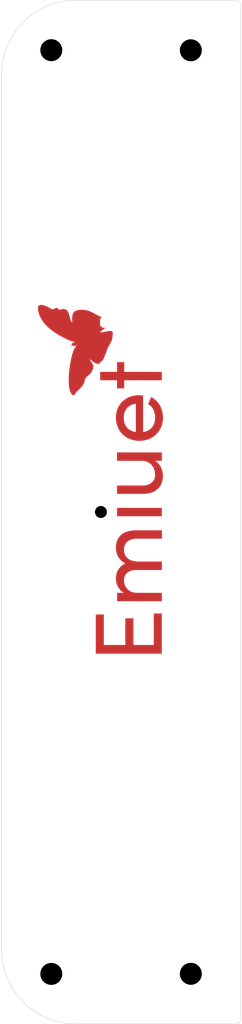
<source format=kicad_pcb>
(kicad_pcb (version 20241229) (generator "pcbnew") (generator_version "9.0")
  (layers (0 "F.Cu" signal) (2 "B.Cu" signal) (13 "F.Paste" user) (15 "B.Paste" user) (5 "F.SilkS" user "F.Silkscreen") (7 "B.SilkS" user "B.Silkscreen") (1 "F.Mask" user) (3 "B.Mask" user) (25 "Edge.Cuts" user))
  (net 0 "")
  (footprint "EUB_Passives:LED_D5.0mm THT Hole_top" (layer "F.Cu") (at 8.71 51.2)
    (property "Reference" "DC1" (hide yes))
    (property "Value" "~")
    (pad "" np_thru_hole circle (at 1.27 0) (size 1.2 1.2) (drill 1.2) (layers "*.Mask"))
  )
  (footprint "EUB_MountingHole:MountingHole_2.2mm_M2_jlcpcb" (layer "F.Cu") (at 19 97.4)
    (property "Reference" "H4")
    (property "Value" "MountingHole")
    (pad "" np_thru_hole circle (at 0 0) (size 2.2 2.2) (drill 2.2) (layers "*.Mask"))
  )
  (footprint "EUB_MountingHole:MountingHole_2.2mm_M2_jlcpcb" (layer "F.Cu") (at 5 5)
    (property "Reference" "H1")
    (property "Value" "MountingHole")
    (pad "" np_thru_hole circle (at 0 0) (size 2.2 2.2) (drill 2.2) (layers "*.Mask"))
  )
  (footprint "EUB_MountingHole:MountingHole_2.2mm_M2_jlcpcb" (layer "F.Cu") (at 5 97.41)
    (property "Reference" "H3")
    (property "Value" "MountingHole")
    (pad "" np_thru_hole circle (at 0 0) (size 2.2 2.2) (drill 2.2) (layers "*.Mask"))
  )
  (footprint "EUB_MountingHole:MountingHole_2.2mm_M2_jlcpcb" (layer "F.Cu") (at 19 5.01)
    (property "Reference" "H2")
    (property "Value" "MountingHole")
    (pad "" np_thru_hole circle (at 0 0) (size 2.2 2.2) (drill 2.2) (layers "*.Mask"))
  )
  (gr_poly (pts (xy 16.087864 46.077729) (xy 15.386136 46.077729) (xy 15.408531 46.088517) (xy 15.430745 46.099734) (xy 15.452762 46.111395) (xy 15.474568 46.123516) (xy 15.496147 46.136112) (xy 15.517483 46.149198) (xy 15.53856 46.162791) (xy 15.559364 46.176906) (xy 15.579878 46.191557) (xy 15.600088 46.206762) (xy 15.619978 46.222534) (xy 15.639531 46.238891) (xy 15.658734 46.255846) (xy 15.67757 46.273417) (xy 15.696023 46.291617) (xy 15.714079 46.310463) (xy 15.707027 46.310465) (xy 15.737607 46.343233) (xy 15.767194 46.376734) (xy 15.79579 46.410958) (xy 15.823394 46.445895) (xy 15.850006 46.481535) (xy 15.875627 46.517867) (xy 15.900256 46.554881) (xy 15.923893 46.592566) (xy 15.946538 46.630912) (xy 15.968192 46.66991) (xy 15.988853 46.709548) (xy 16.008523 46.749816) (xy 16.027202 46.790704) (xy 16.044888 46.832202) (xy 16.061583 46.874299) (xy 16.077286 46.916985) (xy 16.091998 46.959876) (xy 16.105723 47.002586) (xy 16.118467 47.0451) (xy 16.130235 47.087402) (xy 16.141031 47.129477) (xy 16.150862 47.17131) (xy 16.159732 47.212883) (xy 16.167646 47.254183) (xy 16.17461 47.295194) (xy 16.180629 47.3359) (xy 16.185707 47.376286) (xy 16.189851 47.416336) (xy 16.193065 47.456035) (xy 16.195354 47.495368) (xy 16.196723 47.534318) (xy 16.197179 47.57287) (xy 16.196229 47.642337) (xy 16.193384 47.710574) (xy 16.188648 47.777592) (xy 16.182027 47.843401) (xy 16.173526 47.908012) (xy 16.163149 47.971435) (xy 16.150903 48.033681) (xy 16.136792 48.094758) (xy 16.120821 48.154679) (xy 16.102996 48.213453) (xy 16.083322 48.271091) (xy 16.061804 48.327603) (xy 16.038446 48.382998) (xy 16.013255 48.437289) (xy 15.986236 48.490484) (xy 15.957393 48.542595) (xy 15.926774 48.593382) (xy 15.894429 48.642605) (xy 15.86037 48.690267) (xy 15.824606 48.736374) (xy 15.787148 48.780932) (xy 15.748006 48.823946) (xy 15.707191 48.86542) (xy 15.664712 48.90536) (xy 15.62058 48.943771) (xy 15.574806 48.980658) (xy 15.527399 49.016027) (xy 15.478371 49.049882) (xy 15.42773 49.082229) (xy 15.375489 49.113072) (xy 15.321657 49.142418) (xy 15.266244 49.170271) (xy 15.209342 49.196552) (xy 15.151041 49.221174) (xy 15.091345 49.244134) (xy 15.03026 49.265425) (xy 14.96779 49.285042) (xy 14.903941 49.302981) (xy 14.838718 49.319236) (xy 14.772126 49.333801) (xy 14.70417 49.346673) (xy 14.634856 49.357844) (xy 14.564188 49.367312) (xy 14.492172 49.375069) (xy 14.418814 49.381112) (xy 14.344117 49.385435) (xy 14.268088 49.388032) (xy 14.190731 49.388899) (xy 11.595395 49.388899) (xy 11.595395 48.549646) (xy 14.173099 48.549646) (xy 14.21905 48.549149) (xy 14.264335 48.547649) (xy 14.308948 48.545137) (xy 14.352884 48.541602) (xy 14.396139 48.537034) (xy 14.438706 48.531422) (xy 14.480582 48.524757) (xy 14.52176 48.517028) (xy 14.562235 48.508224) (xy 14.602003 48.498336) (xy 14.641058 48.487352) (xy 14.679395 48.475263) (xy 14.717009 48.462059) (xy 14.753894 48.447728) (xy 14.790046 48.432261) (xy 14.825459 48.415647) (xy 14.860006 48.398664) (xy 14.893561 48.380771) (xy 14.926123 48.361969) (xy 14.957695 48.342257) (xy 14.988274 48.321637) (xy 15.017862 48.300107) (xy 15.046458 48.277668) (xy 15.074062 48.254321) (xy 15.100674 48.230064) (xy 15.126295 48.204897) (xy 15.150923 48.178822) (xy 15.174561 48.151838) (xy 15.197206 48.123944) (xy 15.21886 48.095142) (xy 15.239521 48.06543) (xy 15.259191 48.034809) (xy 15.277786 48.004066) (xy 15.295218 47.972673) (xy 15.311483 47.940639) (xy 15.326576 47.907974) (xy 15.34049 47.87469) (xy 15.353222 47.840796) (xy 15.364766 47.806303) (xy 15.375117 47.771221) (xy 15.384269 47.735561) (xy 15.392218 47.699332) (xy 15.398958 47.662546) (xy 15.404484 47.625212) (xy 15.408791 47.587341) (xy 15.411874 47.548943) (xy 15.413728 47.510028) (xy 15.414347 47.470608) (xy 15.413769 47.427095) (xy 15.412039 47.383835) (xy 15.409163 47.340834) (xy 15.405145 47.298096) (xy 15.399991 47.255626) (xy 15.393706 47.21343) (xy 15.386294 47.171514) (xy 15.377762 47.129881) (xy 15.368113 47.088538) (xy 15.357355 47.047489) (xy 15.34549 47.006739) (xy 15.332526 46.966295) (xy 15.318467 46.92616) (xy 15.303317 46.88634) (xy 15.287083 46.846841) (xy 15.26977 46.807667) (xy 15.251258 46.768451) (xy 15.231435 46.730144) (xy 15.21031 46.692746) (xy 15.187894 46.656257) (xy 15.164196 46.620678) (xy 15.139228 46.586008) (xy 15.113 46.552246) (xy 15.085521 46.519394) (xy 15.056803 46.487451) (xy 15.026856 46.456417) (xy 14.995689 46.426292) (xy 14.963314 46.397077) (xy 14.92974 46.36877) (xy 14.894979 46.341372) (xy 14.859039 46.314884) (xy 14.821933 46.289305) (xy 14.783628 46.264924) (xy 14.744093 46.242031) (xy 14.70334 46.220626) (xy 14.661377 46.200708) (xy 14.618217 46.182278) (xy 14.573868 46.165335) (xy 14.528342 46.14988) (xy 14.481648 46.135913) (xy 14.433797 46.123433) (xy 14.3848 46.112441) (xy 14.334666 46.102937) (xy 14.283405 46.09492) (xy 14.23103 46.088391) (xy 14.177549 46.083349) (xy 14.122972 46.079795) (xy 14.067311 46.077729) (xy 11.595395 46.077729) (xy 11.595395 45.238477) (xy 16.087864 45.238477)) (fill yes) (layer "F.Cu"))
  (gr_poly (pts (xy 13.834577 39.522391) (xy 13.907857 39.523163) (xy 13.995022 39.525917) (xy 14.09541 39.531317) (xy 14.150356 39.535215) (xy 14.208361 39.540023) (xy 14.208361 43.203817) (xy 14.279086 43.192075) (xy 14.313914 43.185323) (xy 14.348365 43.177977) (xy 14.382423 43.170032) (xy 14.416073 43.161482) (xy 14.4493 43.152323) (xy 14.482088 43.142549) (xy 14.514421 43.132156) (xy 14.546284 43.121137) (xy 14.577661 43.109488) (xy 14.608538 43.097204) (xy 14.638897 43.084279) (xy 14.668725 43.070708) (xy 14.698005 43.056487) (xy 14.726723 43.04161) (xy 14.769038 43.017849) (xy 14.810031 42.992854) (xy 14.849701 42.96663) (xy 14.88805 42.939182) (xy 14.925075 42.910514) (xy 14.960779 42.880633) (xy 14.99516 42.849543) (xy 15.028219 42.81725) (xy 15.059955 42.783758) (xy 15.090369 42.749073) (xy 15.119461 42.7132) (xy 15.14723 42.676144) (xy 15.173677 42.63791) (xy 15.198802 42.598504) (xy 15.222604 42.55793) (xy 15.245085 42.516194) (xy 15.266202 42.47335) (xy 15.285919 42.429477) (xy 15.304242 42.384623) (xy 15.321175 42.338834) (xy 15.336724 42.292156) (xy 15.350894 42.244637) (xy 15.363689 42.196322) (xy 15.375116 42.147258) (xy 15.385179 42.097491) (xy 15.393884 42.047069) (xy 15.401235 41.996037) (xy 15.407238 41.944442) (xy 15.411899 41.89233) (xy 15.415221 41.839749) (xy 15.41721 41.786744) (xy 15.417872 41.733362) (xy 15.417169 41.680136) (xy 15.415055 41.62756) (xy 15.411527 41.575626) (xy 15.406577 41.524321) (xy 15.400202 41.473636) (xy 15.392396 41.42356) (xy 15.383154 41.374084) (xy 15.372471 41.325197) (xy 15.360342 41.276888) (xy 15.346761 41.229147) (xy 15.331724 41.181964) (xy 15.315224 41.135329) (xy 15.297258 41.089231) (xy 15.27782 41.04366) (xy 15.256904 40.998605) (xy 15.234506 40.954057) (xy 15.211406 40.910459) (xy 15.187066 40.868255) (xy 15.161487 40.827436) (xy 15.134668 40.787991) (xy 15.106609 40.74991) (xy 15.077311 40.713182) (xy 15.046773 40.677797) (xy 15.014995 40.643745) (xy 14.981978 40.611015) (xy 14.94772 40.579597) (xy 14.912224 40.549481) (xy 14.875487 40.520656) (xy 14.837511 40.493112) (xy 14.798295 40.466839) (xy 14.757839 40.441826) (xy 14.716144 40.418063) (xy 15.005298 39.695178) (xy 15.075092 39.731296) (xy 15.142981 39.769567) (xy 15.208958 39.809998) (xy 15.273019 39.852593) (xy 15.335158 39.897357) (xy 15.395371 39.944297) (xy 15.453651 39.993416) (xy 15.509995 40.04472) (xy 15.564397 40.098214) (xy 15.616851 40.153903) (xy 15.667352 40.211793) (xy 15.715896 40.271888) (xy 15.762477 40.334195) (xy 15.80709 40.398717) (xy 15.84973 40.465461) (xy 15.890391 40.53443) (xy 15.928822 40.605161) (xy 15.964774 40.677121) (xy 15.998246 40.750217) (xy 16.029239 40.824356) (xy 16.057752 40.899446) (xy 16.083786 40.975394) (xy 16.10734 41.052106) (xy 16.128415 41.129489) (xy 16.147011 41.207451) (xy 16.163127 41.285898) (xy 16.176764 41.364738) (xy 16.187921 41.443878) (xy 16.196599 41.523224) (xy 16.202797 41.602684) (xy 16.206516 41.682165) (xy 16.207756 41.761573) (xy 16.206559 41.84054) (xy 16.202976 41.918753) (xy 16.197017 41.996202) (xy 16.188692 42.072876) (xy 16.178012 42.148764) (xy 16.164987 42.223858) (xy 16.149626 42.298145) (xy 16.131942 42.371617) (xy 16.111943 42.444262) (xy 16.08964 42.51607) (xy 16.065044 42.587031) (xy 16.038165 42.657135) (xy 16.009013 42.726371) (xy 15.977599 42.794728) (xy 15.943932 42.862198) (xy 15.908024 42.928768) (xy 15.869426 42.994057) (xy 15.828999 43.057684) (xy 15.786734 43.119636) (xy 15.74262 43.179905) (xy 15.696645 43.238479) (xy 15.648801 43.295349) (xy 15.599077 43.350503) (xy 15.547463 43.403933) (xy 15.493947 43.455627) (xy 15.43852 43.505575) (xy 15.381172 43.553767) (xy 15.321891 43.600192) (xy 15.260669 43.64484) (xy 15.197494 43.687701) (xy 15.132356 43.728765) (xy 15.065246 43.768021) (xy 14.997187 43.805791) (xy 14.927893 43.841087) (xy 14.85737 43.873915) (xy 14.785623 43.904278) (xy 14.712657 43.932182) (xy 14.638477 43.957633) (xy 14.563088 43.980636) (xy 14.486496 44.001195) (xy 14.408705 44.019317) (xy 14.329721 44.035005) (xy 14.249549 44.048266) (xy 14.168195 44.059104) (xy 14.085662 44.067524) (xy 14.001957 44.073532) (xy 13.917085 44.077134) (xy 13.83105 44.078333) (xy 13.745056 44.077095) (xy 13.660301 44.073388) (xy 13.576787 44.067222) (xy 13.494512 44.058608) (xy 13.413476 44.047555) (xy 13.333681 44.034075) (xy 13.255125 44.018178) (xy 13.177808 43.999873) (xy 13.101732 43.979172) (xy 13.026895 43.956084) (xy 12.953298 43.93062) (xy 12.88094 43.90279) (xy 12.809823 43.872605) (xy 12.739945 43.840075) (xy 12.671306 43.80521) (xy 12.603908 43.768021) (xy 12.53804 43.728805) (xy 12.474 43.687853) (xy 12.4118 43.645166) (xy 12.351449 43.600743) (xy 12.292957 43.554585) (xy 12.236335 43.506691) (xy 12.181594 43.457062) (xy 12.128743 43.405697) (xy 12.077793 43.352596) (xy 12.028754 43.29776) (xy 11.981636 43.241188) (xy 11.936451 43.18288) (xy 11.893208 43.122837) (xy 11.851917 43.061059) (xy 11.812589 42.997545) (xy 11.775234 42.932295) (xy 11.739986 42.865684) (xy 11.706975 42.798097) (xy 11.676205 42.729549) (xy 11.647682 42.660056) (xy 11.621412 42.589633) (xy 11.597398 42.518296) (xy 11.575648 42.44606) (xy 11.556164 42.372941) (xy 11.538954 42.298954) (xy 11.524022 42.224114) (xy 11.511372 42.148438) (xy 11.501011 42.071941) (xy 11.492944 41.994637) (xy 11.487175 41.916544) (xy 11.48371 41.837675) (xy 11.482605 41.761573) (xy 12.268912 41.761573) (xy 12.269616 41.816658) (xy 12.271729 41.870839) (xy 12.275258 41.924121) (xy 12.280207 41.97651) (xy 12.286582 42.02801) (xy 12.294388 42.078627) (xy 12.30363 42.128366) (xy 12.314313 42.177232) (xy 12.326442 42.22523) (xy 12.340023 42.272365) (xy 12.35506 42.318643) (xy 12.371559 42.364069) (xy 12.389526 42.408648) (xy 12.408964 42.452384) (xy 12.42988 42.495284) (xy 12.452278 42.537353) (xy 12.452278 42.544405) (xy 12.4755 42.58544) (xy 12.5002 42.625241) (xy 12.526366 42.663812) (xy 12.553989 42.701159) (xy 12.583058 42.737287) (xy 12.613564 42.772201) (xy 12.645495 42.805906) (xy 12.678841 42.838408) (xy 12.713593 42.869712) (xy 12.749739 42.899822) (xy 12.787269 42.928744) (xy 12.826173 42.956483) (xy 12.866441 42.983045) (xy 12.908063 43.008434) (xy 12.951027 43.032655) (xy 12.995324 43.055715) (xy 13.022058 43.068651) (xy 13.049355 43.081018) (xy 13.077199 43.092828) (xy 13.105575 43.104091) (xy 13.163862 43.125014) (xy 13.224091 43.143871) (xy 13.286138 43.160745) (xy 13.34988 43.175718) (xy 13.415192 43.188872) (xy 13.48195 43.200292) (xy 13.48195 40.36517) (xy 13.435418 40.37166) (xy 13.389709 40.379234) (xy 13.344815 40.387903) (xy 13.300732 40.397678) (xy 13.257455 40.408569) (xy 13.214979 40.420585) (xy 13.173298 40.433738) (xy 13.132407 40.448038) (xy 13.092302 40.463494) (xy 13.052977 40.480118) (xy 13.014426 40.49792) (xy 12.976646 40.51691) (xy 12.939629 40.537098) (xy 12.903372 40.558495) (xy 12.867869 40.581111) (xy 12.833116 40.604957) (xy 12.799231 40.629172) (xy 12.766343 40.654214) (xy 12.734458 40.680083) (xy 12.70358 40.706778) (xy 12.673714 40.734299) (xy 12.644866 40.762647) (xy 12.617041 40.791821) (xy 12.590243 40.821822) (xy 12.564479 40.852649) (xy 12.539753 40.884303) (xy 12.51607 40.916784) (xy 12.493436 40.95009) (xy 12.471856 40.984224) (xy 12.451335 41.019183) (xy 12.431877 41.05497) (xy 12.413489 41.091582) (xy 12.396175 41.128317) (xy 12.379941 41.165785) (xy 12.364792 41.203977) (xy 12.350732 41.242881) (xy 12.337768 41.282488) (xy 12.325904 41.322787) (xy 12.315145 41.363768) (xy 12.305497 41.40542) (xy 12.296965 41.447733) (xy 12.289553 41.490698) (xy 12.283268 41.534303) (xy 12.278113 41.578538) (xy 12.274096 41.623393) (xy 12.271219 41.668857) (xy 12.26949 41.71492) (xy 12.268912 41.761573) (xy 11.482605 41.761573) (xy 11.482553 41.758047) (xy 11.48371 41.67858) (xy 11.487175 41.600178) (xy 11.492944 41.522829) (xy 11.501011 41.446523) (xy 11.511372 41.371251) (xy 11.524022 41.297001) (xy 11.538954 41.223764) (xy 11.556164 41.151529) (xy 11.575648 41.080285) (xy 11.597398 41.010023) (xy 11.621412 40.940732) (xy 11.647682 40.872402) (xy 11.676205 40.805023) (xy 11.706975 40.738583) (xy 11.739986 40.673074) (xy 11.775234 40.608483) (xy 11.812548 40.545838) (xy 11.851758 40.48485) (xy 11.892859 40.425526) (xy 11.935845 40.36787) (xy 11.980711 40.311888) (xy 12.027452 40.257584) (xy 12.076063 40.204965) (xy 12.126539 40.154035) (xy 12.178874 40.104799) (xy 12.233064 40.057262) (xy 12.289103 40.01143) (xy 12.346986 39.967308) (xy 12.406708 39.9249) (xy 12.468263 39.884213) (xy 12.531648 39.845251) (xy 12.596855 39.80802) (xy 12.663635 39.772811) (xy 12.731742 39.739912) (xy 12.801182 39.709316) (xy 12.871959 39.681019) (xy 12.94408 39.655015) (xy 13.017549 39.6313) (xy 13.092371 39.609868) (xy 13.168552 39.590713) (xy 13.246096 39.573832) (xy 13.32501 39.559218) (xy 13.405297 39.546866) (xy 13.486963 39.536772) (xy 13.570014 39.52893) (xy 13.654454 39.523335) (xy 13.740289 39.519982) (xy 13.827524 39.518866)) (fill yes) (layer "F.Cu"))
  (gr_poly (pts (xy 4.012338 30.483243) (xy 4.094188 30.492933) (xy 4.182671 30.510062) (xy 4.277286 30.533761) (xy 4.377531 30.563163) (xy 4.482905 30.597399) (xy 4.486431 30.611505) (xy 4.521139 30.624015) (xy 4.558802 30.640011) (xy 4.598903 30.658932) (xy 4.640926 30.680212) (xy 4.728669 30.727603) (xy 4.8179 30.777681) (xy 4.904487 30.82594) (xy 4.984296 30.867876) (xy 5.020368 30.885066) (xy 5.053196 30.898986) (xy 5.082264 30.909073) (xy 5.107055 30.914764) (xy 5.12253 30.916521) (xy 5.137878 30.917209) (xy 5.153098 30.916892) (xy 5.168186 30.915639) (xy 5.183139 30.913516) (xy 5.197956 30.910588) (xy 5.212633 30.906923) (xy 5.227168 30.902588) (xy 5.241559 30.897648) (xy 5.255802 30.89217) (xy 5.283836 30.879867) (xy 5.311251 30.86621) (xy 5.338025 30.851732) (xy 5.389569 30.822441) (xy 5.414298 30.808691) (xy 5.438304 30.796249) (xy 5.461565 30.785645) (xy 5.472911 30.781199) (xy 5.484063 30.777412) (xy 5.495018 30.774351) (xy 5.505775 30.772082) (xy 5.51633 30.770672) (xy 5.526681 30.770187) (xy 5.537748 30.770673) (xy 5.548482 30.772092) (xy 5.558902 30.774383) (xy 5.569024 30.777488) (xy 5.578867 30.781347) (xy 5.588449 30.785901) (xy 5.597789 30.79109) (xy 5.606904 30.796855) (xy 5.615812 30.803136) (xy 5.624532 30.809875) (xy 5.641478 30.824486) (xy 5.657886 30.840213) (xy 5.673903 30.856581) (xy 5.705336 30.889337) (xy 5.721042 30.904775) (xy 5.736935 30.918952) (xy 5.744996 30.925419) (xy 5.753158 30.931394) (xy 5.761438 30.936815) (xy 5.769856 30.941625) (xy 5.778428 30.945763) (xy 5.787174 30.94917) (xy 5.79611 30.951786) (xy 5.805256 30.953553) (xy 5.815997 30.954923) (xy 5.827048 30.955746) (xy 5.850003 30.955888) (xy 5.873959 30.954243) (xy 5.898758 30.951074) (xy 5.924238 30.946645) (xy 5.95024 30.941218) (xy 6.003168 30.928429) (xy 6.056262 30.914813) (xy 6.10824 30.902478) (xy 6.133411 30.897449) (xy 6.157822 30.893531) (xy 6.181313 30.890987) (xy 6.203725 30.890081) (xy 6.26456 30.892092) (xy 6.320928 30.899275) (xy 6.373054 30.911365) (xy 6.421162 30.928098) (xy 6.465477 30.949212) (xy 6.506221 30.974442) (xy 6.543619 31.003526) (xy 6.577896 31.0362) (xy 6.609274 31.072201) (xy 6.637979 31.111265) (xy 6.664234 31.153128) (xy 6.688264 31.197527) (xy 6.730542 31.292881) (xy 6.766606 31.395219) (xy 6.798249 31.502433) (xy 6.827262 31.612415) (xy 6.884571 31.832256) (xy 6.916451 31.9379) (xy 6.952872 32.037882) (xy 6.995625 32.130095) (xy 7.019937 32.17263) (xy 7.046504 32.212432) (xy 7.10645 32.198327) (xy 7.100396 32.074873) (xy 7.096195 31.956006) (xy 7.09496 31.842098) (xy 7.0978 31.733521) (xy 7.105826 31.630646) (xy 7.112131 31.581463) (xy 7.120149 31.533845) (xy 7.130019 31.487839) (xy 7.141879 31.443492) (xy 7.155869 31.400848) (xy 7.172127 31.359956) (xy 7.190793 31.320862) (xy 7.212004 31.283611) (xy 7.2359 31.248251) (xy 7.262619 31.214828) (xy 7.292301 31.183389) (xy 7.325084 31.153979) (xy 7.361107 31.126646) (xy 7.400509 31.101436) (xy 7.443428 31.078396) (xy 7.490004 31.057572) (xy 7.540375 31.03901) (xy 7.594681 31.022757) (xy 7.653059 31.008859) (xy 7.715649 30.997363) (xy 7.78259 30.988316) (xy 7.85402 30.981764) (xy 7.938919 30.976689) (xy 8.020512 30.973978) (xy 8.098983 30.973557) (xy 8.174518 30.975352) (xy 8.247303 30.979287) (xy 8.317522 30.985289) (xy 8.385362 30.993284) (xy 8.451007 31.003197) (xy 8.576454 31.028481) (xy 8.695346 31.060547) (xy 8.809165 31.098801) (xy 8.919395 31.14265) (xy 9.027517 31.191498) (xy 9.135014 31.244753) (xy 9.354063 31.362105) (xy 9.588401 31.489953) (xy 9.715011 31.556328) (xy 9.84989 31.623545) (xy 9.875813 31.635295) (xy 9.903224 31.646796) (xy 9.931958 31.658133) (xy 9.961849 31.669387) (xy 10.089676 31.715228) (xy 10.067661 31.727162) (xy 10.046617 31.740449) (xy 10.026606 31.755038) (xy 10.00769 31.770877) (xy 9.989932 31.787914) (xy 9.973392 31.806098) (xy 9.958133 31.825378) (xy 9.944218 31.8457) (xy 9.931707 31.867014) (xy 9.920663 31.889269) (xy 9.911149 31.912412) (xy 9.903225 31.936391) (xy 9.896954 31.961156) (xy 9.892398 31.986655) (xy 9.889619 32.012835) (xy 9.888679 32.039645) (xy 9.888679 32.402851) (xy 9.88915 32.421577) (xy 9.89055 32.440053) (xy 9.892854 32.458257) (xy 9.896041 32.476166) (xy 9.900089 32.493757) (xy 9.904973 32.511007) (xy 9.910673 32.527895) (xy 9.917165 32.544398) (xy 9.924426 32.560492) (xy 9.932435 32.576156) (xy 9.941167 32.591366) (xy 9.950602 32.6061) (xy 9.960716 32.620336) (xy 9.971487 32.634051) (xy 9.982892 32.647223) (xy 9.994908 32.659828) (xy 10.007513 32.671844) (xy 10.020684 32.683249) (xy 10.034399 32.694019) (xy 10.048635 32.704133) (xy 10.06337 32.713568) (xy 10.07858 32.722301) (xy 10.094244 32.73031) (xy 10.110338 32.737571) (xy 10.126841 32.744063) (xy 10.143728 32.749762) (xy 10.160979 32.754647) (xy 10.17857 32.758694) (xy 10.196479 32.761881) (xy 10.214683 32.764186) (xy 10.233159 32.765585) (xy 10.251885 32.766057) (xy 10.421146 32.766057) (xy 10.385724 32.797587) (xy 10.349677 32.828703) (xy 10.276514 32.889697) (xy 10.131551 33.006725) (xy 10.062974 33.062759) (xy 9.99915 33.117141) (xy 9.969524 33.143712) (xy 9.94169 33.16987) (xy 9.91585 33.195614) (xy 9.892205 33.220946) (xy 9.917243 33.224897) (xy 9.945269 33.226932) (xy 10.009433 33.225856) (xy 10.082988 33.218924) (xy 10.164224 33.207337) (xy 10.3429 33.175015) (xy 10.531782 33.138519) (xy 10.625777 33.121715) (xy 10.717194 33.107478) (xy 10.804324 33.097012) (xy 10.885456 33.091521) (xy 10.958882 33.092207) (xy 10.992171 33.095243) (xy 11.022891 33.100274) (xy 11.05083 33.107452) (xy 11.075774 33.116927) (xy 11.097509 33.128849) (xy 11.115821 33.143368) (xy 11.124568 33.153337) (xy 11.132323 33.165311) (xy 11.139127 33.179164) (xy 11.145023 33.194774) (xy 11.154252 33.230767) (xy 11.16034 33.272297) (xy 11.163618 33.318373) (xy 11.164417 33.368002) (xy 11.163067 33.420194) (xy 11.159899 33.473956) (xy 11.149431 33.582223) (xy 11.135656 33.684871) (xy 11.121221 33.773964) (xy 11.108768 33.841569) (xy 11.093478 33.910986) (xy 11.075537 33.976725) (xy 11.05519 34.03924) (xy 11.032678 34.098987) (xy 11.008244 34.15642) (xy 10.982132 34.211993) (xy 10.954584 34.266161) (xy 10.925843 34.319379) (xy 10.803801 34.531837) (xy 10.772735 34.587121) (xy 10.741933 34.644182) (xy 10.711636 34.703474) (xy 10.682089 34.765452) (xy 10.629533 34.889044) (xy 10.572389 35.038132) (xy 10.444507 35.383872) (xy 10.373851 35.566061) (xy 10.298773 35.744819) (xy 10.259589 35.830653) (xy 10.219315 35.912916) (xy 10.177956 35.990707) (xy 10.135518 36.06312) (xy 10.113415 36.071047) (xy 10.092093 36.080249) (xy 10.071587 36.090681) (xy 10.051934 36.102295) (xy 10.033169 36.115046) (xy 10.015328 36.128887) (xy 9.998448 36.143771) (xy 9.982565 36.159652) (xy 9.967715 36.176484) (xy 9.953935 36.19422) (xy 9.94126 36.212813) (xy 9.929726 36.232217) (xy 9.91937 36.252385) (xy 9.910229 36.273271) (xy 9.902337 36.294829) (xy 9.895731 36.317012) (xy 9.858869 36.335935) (xy 9.822333 36.351163) (xy 9.786115 36.362862) (xy 9.75021 36.371201) (xy 9.714613 36.376348) (xy 9.679317 36.378471) (xy 9.644317 36.377737) (xy 9.609607 36.374314) (xy 9.575181 36.368371) (xy 9.541033 36.360075) (xy 9.507158 36.349594) (xy 9.473549 36.337095) (xy 9.440201 36.322748) (xy 9.407109 36.306719) (xy 9.341665 36.270289) (xy 9.277172 36.229148) (xy 9.213583 36.184639) (xy 9.088931 36.09089) (xy 8.967336 35.999785) (xy 8.90757 35.958582) (xy 8.848428 35.92207) (xy 8.847164 35.925123) (xy 8.847286 35.929596) (xy 8.84871 35.935398) (xy 8.851355 35.942442) (xy 8.859981 35.959896) (xy 8.872506 35.981245) (xy 8.888275 36.005776) (xy 8.906632 36.032775) (xy 8.948486 36.091331) (xy 9.034384 36.206706) (xy 9.067932 36.252121) (xy 9.088215 36.28175) (xy 9.119556 36.337929) (xy 9.146212 36.39167) (xy 9.168292 36.443345) (xy 9.185903 36.493326) (xy 9.199155 36.541984) (xy 9.208156 36.589692) (xy 9.213014 36.636821) (xy 9.213838 36.683744) (xy 9.210736 36.730832) (xy 9.203817 36.778458) (xy 9.193189 36.826992) (xy 9.178961 36.876808) (xy 9.161241 36.928276) (xy 9.140138 36.981769) (xy 9.115759 37.037659) (xy 9.088215 37.096318) (xy 9.074416 37.123549) (xy 9.060142 37.149738) (xy 9.030252 37.199207) (xy 8.998708 37.245152) (xy 8.965677 37.288004) (xy 8.931323 37.32819) (xy 8.895813 37.36614) (xy 8.85931 37.402281) (xy 8.821981 37.437044) (xy 8.745505 37.504146) (xy 8.667707 37.570877) (xy 8.628725 37.605175) (xy 8.589908 37.640665) (xy 8.551422 37.677778) (xy 8.513432 37.716942) (xy 8.482193 37.752639) (xy 8.455586 37.787143) (xy 8.433123 37.820666) (xy 8.414311 37.853419) (xy 8.398661 37.885615) (xy 8.385681 37.917464) (xy 8.374881 37.949179) (xy 8.36577 37.980971) (xy 8.357857 38.013053) (xy 8.350652 38.045635) (xy 8.336403 38.113151) (xy 8.328376 38.148508) (xy 8.319095 38.185212) (xy 8.308068 38.223477) (xy 8.294804 38.263514) (xy 8.282811 38.295487) (xy 8.269363 38.327271) (xy 8.254532 38.358863) (xy 8.23839 38.390259) (xy 8.202469 38.452452) (xy 8.162183 38.513823) (xy 8.118116 38.574348) (xy 8.070851 38.633999) (xy 8.020973 38.692752) (xy 7.969064 38.750579) (xy 7.91571 38.807457) (xy 7.861492 38.863358) (xy 7.752805 38.972129) (xy 7.647671 39.076684) (xy 7.55076 39.176818) (xy 7.528246 39.203496) (xy 7.504368 39.235029) (xy 7.452686 39.30729) (xy 7.424965 39.345332) (xy 7.396045 39.382857) (xy 7.365969 39.418522) (xy 7.350509 39.435238) (xy 7.334776 39.450985) (xy 7.318775 39.465596) (xy 7.30251 39.478903) (xy 7.285986 39.490737) (xy 7.26921 39.500932) (xy 7.252185 39.509318) (xy 7.234918 39.515729) (xy 7.217413 39.519996) (xy 7.199676 39.521952) (xy 7.181712 39.521428) (xy 7.163525 39.518257) (xy 7.145121 39.51227) (xy 7.126506 39.503301) (xy 7.107684 39.491181) (xy 7.08866 39.475742) (xy 7.069441 39.456816) (xy 7.05003 39.434236) (xy 7.007931 39.375891) (xy 6.969482 39.312157) (xy 6.934553 39.243369) (xy 6.903015 39.169862) (xy 6.849585 39.010024) (xy 6.80815 38.83532) (xy 6.777665 38.648426) (xy 6.757087 38.452017) (xy 6.745374 38.24877) (xy 6.741481 38.041358) (xy 6.744365 37.83246) (xy 6.752983 37.624749) (xy 6.783245 37.223594) (xy 6.823921 36.8593) (xy 6.866664 36.553272) (xy 6.897587 36.362288) (xy 6.93223 36.170561) (xy 6.970675 35.978668) (xy 7.013004 35.787189) (xy 7.0593 35.596701) (xy 7.109646 35.407784) (xy 7.164124 35.221016) (xy 7.222817 35.036974) (xy 7.533129 34.472771) (xy 7.510349 34.484385) (xy 7.489402 34.496587) (xy 7.469974 34.509141) (xy 7.451749 34.521808) (xy 7.417651 34.546534) (xy 7.401146 34.558116) (xy 7.384585 34.568862) (xy 7.367652 34.578533) (xy 7.358947 34.582892) (xy 7.350032 34.586893) (xy 7.340865 34.590506) (xy 7.331409 34.593703) (xy 7.321624 34.596452) (xy 7.31147 34.598725) (xy 7.300908 34.600492) (xy 7.289898 34.601723) (xy 7.278402 34.602388) (xy 7.266379 34.602458) (xy 7.253791 34.601903) (xy 7.240598 34.600693) (xy 7.22676 34.598799) (xy 7.212238 34.59619) (xy 7.207951 34.595388) (xy 7.203686 34.594317) (xy 7.199444 34.592998) (xy 7.195227 34.591452) (xy 7.191035 34.589699) (xy 7.186871 34.587761) (xy 7.178629 34.583408) (xy 7.17051 34.578559) (xy 7.162526 34.57338) (xy 7.147002 34.562691) (xy 7.139483 34.557512) (xy 7.13214 34.552663) (xy 7.124982 34.54831) (xy 7.118021 34.544619) (xy 7.114617 34.543073) (xy 7.111266 34.541754) (xy 7.10797 34.540683) (xy 7.104728 34.53988) (xy 7.101544 34.539367) (xy 7.098418 34.539164) (xy 7.095351 34.539291) (xy 7.092345 34.53977) (xy 7.086656 34.54104) (xy 7.081463 34.542822) (xy 7.076725 34.54505) (xy 7.0724 34.547656) (xy 7.068446 34.550575) (xy 7.064824 34.55374) (xy 7.058405 34.560542) (xy 7.047716 34.574172) (xy 7.042785 34.579936) (xy 7.040278 34.582322) (xy 7.037688 34.584289) (xy 7.034974 34.585771) (xy 7.032096 34.586701) (xy 7.02901 34.587012) (xy 7.025677 34.586638) (xy 7.022054 34.585512) (xy 7.018101 34.583569) (xy 7.013776 34.580741) (xy 7.009037 34.576961) (xy 7.003844 34.572164) (xy 6.998155 34.566283) (xy 6.991929 34.559252) (xy 6.985125 34.551003) (xy 6.969614 34.530589) (xy 6.951294 34.504508) (xy 7.071188 34.504508) (xy 7.071515 34.491859) (xy 7.072482 34.477868) (xy 7.07407 34.46276) (xy 7.076257 34.446765) (xy 7.079022 34.430108) (xy 7.082345 34.413017) (xy 7.086205 34.39572) (xy 7.090582 34.378443) (xy 7.095455 34.361415) (xy 7.100803 34.344861) (xy 7.106605 34.32901) (xy 7.112842 34.314089) (xy 7.119491 34.300325) (xy 7.126534 34.287945) (xy 7.133948 34.277177) (xy 7.137788 34.272468) (xy 7.141713 34.268247) (xy 7.148175 34.26234) (xy 7.154981 34.25715) (xy 7.162102 34.252629) (xy 7.16951 34.248729) (xy 7.177176 34.245402) (xy 7.185072 34.242601) (xy 7.193169 34.240278) (xy 7.201439 34.238384) (xy 7.209854 34.236873) (xy 7.218386 34.235697) (xy 7.235683 34.234155) (xy 7.253104 34.233379) (xy 7.270422 34.232985) (xy 7.28741 34.23259) (xy 7.303839 34.231814) (xy 7.319483 34.230273) (xy 7.32694 34.229096) (xy 7.334115 34.227585) (xy 7.340981 34.225692) (xy 7.347508 34.223368) (xy 7.353668 34.220567) (xy 7.359433 34.21724) (xy 7.364774 34.21334) (xy 7.369664 34.208819) (xy 7.374073 34.203629) (xy 7.377973 34.197722) (xy 7.320578 34.188234) (xy 7.263445 34.177026) (xy 7.206592 34.164196) (xy 7.150033 34.149842) (xy 7.093784 34.134062) (xy 7.03786 34.116955) (xy 6.982278 34.098619) (xy 6.927051 34.079151) (xy 6.81773 34.037215) (xy 6.71002 33.991931) (xy 6.604046 33.944085) (xy 6.499932 33.894463) (xy 6.276487 33.783141) (xy 6.051586 33.665723) (xy 5.826912 33.541736) (xy 5.604149 33.410702) (xy 5.384981 33.272148) (xy 5.171092 33.125598) (xy 4.964167 32.970576) (xy 4.765888 32.806608) (xy 4.57794 32.633218) (xy 4.402007 32.449931) (xy 4.319072 32.354428) (xy 4.239773 32.256272) (xy 4.164319 32.155405) (xy 4.092921 32.051766) (xy 4.02579 31.945296) (xy 3.963136 31.835936) (xy 3.90517 31.723627) (xy 3.852102 31.608309) (xy 3.804142 31.489923) (xy 3.761502 31.368409) (xy 3.724391 31.243708) (xy 3.69302 31.115761) (xy 3.679383 31.048881) (xy 3.668845 30.986356) (xy 3.661343 30.928077) (xy 3.656814 30.873936) (xy 3.655196 30.823823) (xy 3.656425 30.777631) (xy 3.660441 30.735252) (xy 3.667179 30.696575) (xy 3.676577 30.661494) (xy 3.688573 30.6299) (xy 3.703104 30.601684) (xy 3.720108 30.576737) (xy 3.73952 30.554952) (xy 3.76128 30.53622) (xy 3.785325 30.520431) (xy 3.811591 30.507479) (xy 3.840016 30.497254) (xy 3.870538 30.489648) (xy 3.903094 30.484552) (xy 3.937621 30.481859) (xy 3.974056 30.481458)) (fill yes) (layer "F.Cu"))
  (gr_poly (pts (xy 12.318279 37.184474) (xy 16.087863 37.184474) (xy 16.087863 38.023726) (xy 12.318279 38.023726) (xy 12.318279 38.834769) (xy 11.595394 38.834769) (xy 11.595394 38.023726) (xy 9.902783 38.023726) (xy 9.902783 37.184474) (xy 11.595394 37.184474) (xy 11.595394 36.207697) (xy 12.318279 36.207697)) (fill yes) (layer "F.Cu"))
  (gr_poly (pts (xy 16.094917 53.870785) (xy 13.545422 53.870785) (xy 13.500131 53.871281) (xy 13.455496 53.872775) (xy 13.411511 53.875271) (xy 13.368172 53.878774) (xy 13.325474 53.88329) (xy 13.283411 53.888823) (xy 13.241978 53.895379) (xy 13.20117 53.902962) (xy 13.160982 53.911579) (xy 13.121409 53.921234) (xy 13.082445 53.931933) (xy 13.044086 53.94368) (xy 13.006326 53.956481) (xy 12.969159 53.97034) (xy 12.932582 53.985264) (xy 12.896588 54.001257) (xy 12.862001 54.01758) (xy 12.828329 54.034812) (xy 12.795576 54.052954) (xy 12.763747 54.072004) (xy 12.732848 54.091963) (xy 12.702884 54.112832) (xy 12.673861 54.134609) (xy 12.645782 54.157296) (xy 12.618654 54.180892) (xy 12.592482 54.205397) (xy 12.56727 54.230811) (xy 12.543025 54.257134) (xy 12.51975 54.284366) (xy 12.497452 54.312507) (xy 12.476135 54.341558) (xy 12.455805 54.371517) (xy 12.436589 54.402262) (xy 12.418613 54.433668) (xy 12.401877 54.465735) (xy 12.386381 54.498463) (xy 12.372124 54.531852) (xy 12.359107 54.565903) (xy 12.34733 54.600615) (xy 12.336792 54.635987) (xy 12.327495 54.672022) (xy 12.319437 54.708717) (xy 12.312618 54.746073) (xy 12.30704 54.784091) (xy 12.302701 54.82277) (xy 12.299601 54.86211) (xy 12.297742 54.902111) (xy 12.297122 54.942774) (xy 12.29741 55.01637) (xy 12.300917 55.087729) (xy 12.307636 55.156847) (xy 12.317563 55.223718) (xy 12.330693 55.288337) (xy 12.34702 55.350698) (xy 12.36654 55.410797) (xy 12.389246 55.468628) (xy 12.415134 55.524187) (xy 12.444199 55.577468) (xy 12.476436 55.628465) (xy 12.511839 55.677174) (xy 12.550403 55.72359) (xy 12.592124 55.767708) (xy 12.636995 55.809521) (xy 12.685012 55.849026) (xy 12.736627 55.886796) (xy 12.790979 55.922092) (xy 12.84808 55.954919) (xy 12.907938 55.985282) (xy 12.970566 56.013186) (xy 13.035973 56.038637) (xy 13.104168 56.06164) (xy 13.175164 56.082199) (xy 13.248969 56.10032) (xy 13.325595 56.116008) (xy 13.405052 56.129269) (xy 13.487349 56.140107) (xy 13.572498 56.148527) (xy 13.660509 56.154536) (xy 13.751391 56.158137) (xy 13.845156 56.159336) (xy 16.094917 56.159336) (xy 16.094917 56.998589) (xy 13.545423 56.998589) (xy 13.498851 56.999123) (xy 13.453017 57.000717) (xy 13.407916 57.003353) (xy 13.363544 57.007018) (xy 13.319896 57.011695) (xy 13.276965 57.017369) (xy 13.234747 57.024025) (xy 13.193236 57.031646) (xy 13.152428 57.040218) (xy 13.112318 57.049725) (xy 13.0729 57.060152) (xy 13.034168 57.071482) (xy 12.996119 57.083701) (xy 12.958746 57.096793) (xy 12.922045 57.110742) (xy 12.88601 57.125534) (xy 12.850843 57.141195) (xy 12.816745 57.15776) (xy 12.783711 57.175224) (xy 12.751737 57.193581) (xy 12.720815 57.212826) (xy 12.690943 57.232955) (xy 12.662114 57.253962) (xy 12.634323 57.275842) (xy 12.607565 57.298589) (xy 12.581835 57.322199) (xy 12.557128 57.346667) (xy 12.533438 57.371987) (xy 12.510761 57.398154) (xy 12.489091 57.425164) (xy 12.468423 57.45301) (xy 12.448752 57.481688) (xy 12.430158 57.511028) (xy 12.412725 57.54087) (xy 12.39646 57.571218) (xy 12.381367 57.602077) (xy 12.367452 57.633453) (xy 12.35472 57.665351) (xy 12.343176 57.697775) (xy 12.332826 57.730731) (xy 12.323674 57.764225) (xy 12.315725 57.798261) (xy 12.308985 57.832845) (xy 12.303459 57.867981) (xy 12.299152 57.903675) (xy 12.296069 57.939932) (xy 12.294215 57.976758) (xy 12.293596 58.014156) (xy 12.294959 58.079694) (xy 12.299044 58.144063) (xy 12.305846 58.207256) (xy 12.31536 58.26926) (xy 12.327581 58.330065) (xy 12.342503 58.389662) (xy 12.360121 58.44804) (xy 12.380431 58.505189) (xy 12.403426 58.561098) (xy 12.429103 58.615757) (xy 12.457455 58.669155) (xy 12.488478 58.721283) (xy 12.522166 58.772129) (xy 12.558514 58.821685) (xy 12.597517 58.869938) (xy 12.639171 58.91688) (xy 12.683468 58.961716) (xy 12.730399 59.00366) (xy 12.779955 59.042711) (xy 12.832124 59.078869) (xy 12.886896 59.112135) (xy 12.944262 59.142508) (xy 13.00421 59.169988) (xy 13.066731 59.194575) (xy 13.131814 59.21627) (xy 13.199448 59.235072) (xy 13.269624 59.250982) (xy 13.342331 59.263999) (xy 13.417559 59.274123) (xy 13.495297 59.281355) (xy 13.575535 59.285694) (xy 13.658263 59.28714) (xy 16.09139 59.28714) (xy 16.09139 60.126392) (xy 11.59892 60.126392) (xy 11.59892 59.28714) (xy 12.286544 59.28714) (xy 12.264849 59.277014) (xy 12.243402 59.266464) (xy 12.222203 59.255481) (xy 12.201252 59.244053) (xy 12.180549 59.23217) (xy 12.160094 59.219823) (xy 12.139887 59.207001) (xy 12.119927 59.193693) (xy 12.100216 59.179889) (xy 12.080753 59.165579) (xy 12.061537 59.150752) (xy 12.04257 59.135399) (xy 12.02385 59.119508) (xy 12.005379 59.10307) (xy 11.987155 59.086074) (xy 11.969179 59.06851) (xy 11.94116 59.039707) (xy 11.913957 59.010161) (xy 11.88756 58.979871) (xy 11.861958 58.948837) (xy 11.837142 58.917059) (xy 11.8131 58.884538) (xy 11.789823 58.851272) (xy 11.7673 58.817263) (xy 11.745521 58.78251) (xy 11.724475 58.747014) (xy 11.704153 58.710773) (xy 11.684543 58.673789) (xy 11.665636 58.636061) (xy 11.647421 58.597589) (xy 11.629888 58.558373) (xy 11.613026 58.518414) (xy 11.597033 58.477957) (xy 11.582109 58.437247) (xy 11.568249 58.396279) (xy 11.555448 58.355048) (xy 11.543701 58.313548) (xy 11.533003 58.271774) (xy 11.523348 58.229721) (xy 11.514731 58.187384) (xy 11.507147 58.144758) (xy 11.500591 58.101838) (xy 11.495058 58.058618) (xy 11.490543 58.015093) (xy 11.48704 57.971258) (xy 11.484544 57.927108) (xy 11.48305 57.882638) (xy 11.482553 57.837843) (xy 11.483793 57.768255) (xy 11.487512 57.699664) (xy 11.493711 57.632075) (xy 11.502389 57.565493) (xy 11.513546 57.499924) (xy 11.527183 57.435372) (xy 11.543299 57.371843) (xy 11.561894 57.309342) (xy 11.582969 57.247874) (xy 11.606524 57.187445) (xy 11.632558 57.128059) (xy 11.661071 57.069721) (xy 11.692064 57.012437) (xy 11.725536 56.956212) (xy 11.761487 56.901052) (xy 11.799918 56.84696) (xy 11.83095 56.806587) (xy 11.863212 56.767453) (xy 11.896692 56.729559) (xy 11.931381 56.692905) (xy 11.967269 56.657491) (xy 12.004345 56.623316) (xy 12.042598 56.590382) (xy 12.082019 56.558686) (xy 12.122597 56.528231) (xy 12.164322 56.499015) (xy 12.207183 56.471039) (xy 12.25117 56.444303) (xy 12.296273 56.418807) (xy 12.342481 56.39455) (xy 12.389784 56.371533) (xy 12.438172 56.349756) (xy 12.404083 56.332399) (xy 12.370588 56.3147) (xy 12.337702 56.296651) (xy 12.305441 56.278239) (xy 12.273821 56.259456) (xy 12.242857 56.24029) (xy 12.212564 56.220732) (xy 12.182959 56.200771) (xy 12.154056 56.180397) (xy 12.12587 56.159599) (xy 12.098419 56.138367) (xy 12.071716 56.116692) (xy 12.045778 56.094561) (xy 12.020619 56.071966) (xy 11.996257 56.048895) (xy 11.972705 56.025339) (xy 11.937705 55.988811) (xy 11.904115 55.951962) (xy 11.87194 55.914803) (xy 11.841186 55.877345) (xy 11.811857 55.839598) (xy 11.78396 55.801572) (xy 11.757498 55.763277) (xy 11.732477 55.724724) (xy 11.708903 55.685923) (xy 11.686781 55.646884) (xy 11.666115 55.607618) (xy 11.64691 55.568136) (xy 11.629173 55.528446) (xy 11.612908 55.48856) (xy 11.59812 55.448489) (xy 11.584815 55.408241) (xy 11.561185 55.32775) (xy 11.540571 55.24763) (xy 11.523016 55.167924) (xy 11.508559 55.088673) (xy 11.497243 55.009918) (xy 11.48911 54.931699) (xy 11.484199 54.854059) (xy 11.482553 54.777039) (xy 11.483503 54.707615) (xy 11.486348 54.639514) (xy 11.491084 54.572736) (xy 11.497705 54.50728) (xy 11.506206 54.443146) (xy 11.516583 54.380334) (xy 11.528829 54.318845) (xy 11.54294 54.258678) (xy 11.558911 54.199833) (xy 11.576736 54.142311) (xy 11.59641 54.086111) (xy 11.617929 54.031233) (xy 11.641286 53.977678) (xy 11.666477 53.925446) (xy 11.693497 53.874535) (xy 11.72234 53.824947) (xy 11.752919 53.776764) (xy 11.785151 53.730068) (xy 11.819036 53.68486) (xy 11.854575 53.64114) (xy 11.891766 53.598907) (xy 11.93061 53.558162) (xy 11.971107 53.518904) (xy 12.013257 53.481135) (xy 12.05706 53.444852) (xy 12.102516 53.410058) (xy 12.149624 53.376751) (xy 12.198386 53.344932) (xy 12.248801 53.314601) (xy 12.300869 53.285757) (xy 12.354589 53.258401) (xy 12.409963 53.232532) (xy 12.417016 53.236055) (xy 12.473919 53.211095) (xy 12.532233 53.187782) (xy 12.591962 53.166112) (xy 12.653111 53.14608) (xy 12.715686 53.12768) (xy 12.779692 53.110907) (xy 12.845133 53.095756) (xy 12.912016 53.082222) (xy 12.980345 53.070299) (xy 13.050126 53.059983) (xy 13.121364 53.051268) (xy 13.194063 53.044149) (xy 13.268229 53.038622) (xy 13.343867 53.03468) (xy 13.420983 53.032318) (xy 13.499581 53.031532) (xy 16.094917 53.031532)) (fill yes) (layer "F.Cu"))
  (gr_poly (pts (xy 16.087864 51.62808) (xy 11.595394 51.62808) (xy 11.595394 50.788828) (xy 16.087864 50.788828)) (fill yes) (layer "F.Cu"))
  (gr_poly (pts (xy 16.087863 65.369959) (xy 9.461999 65.369959) (xy 9.461999 61.452272) (xy 10.269516 61.452272) (xy 10.269516 64.502497) (xy 12.424068 64.502497) (xy 12.424068 61.836636) (xy 13.242163 61.836636) (xy 13.242163 64.502497) (xy 15.280348 64.502497) (xy 15.280348 61.353538) (xy 16.087863 61.353538)) (fill yes) (layer "F.Cu"))
  (gr_line (start 23.507387 0.004966) (end 7.373011 0.004966) (stroke (width 0.05)) (layer "Edge.Cuts"))
  (gr_line (start 24 101.902181) (end 24 0.507761) (stroke (width 0.05)) (layer "Edge.Cuts"))
  (gr_curve (pts (xy 23.507599 102.404932) (xy 23.779607 102.404803) (xy 24 102.179777) (xy 24 101.902181)) (stroke (width 0.05)) (layer "Edge.Cuts"))
  (gr_curve (pts (xy 7.373011 0.004966) (xy 3.301008 0.004966) (xy 0 3.37408) (xy 0 7.530027)) (stroke (width 0.05)) (layer "Edge.Cuts"))
  (gr_curve (pts (xy 0 94.879872) (xy 0 99.035862) (xy 3.301008 102.404932) (xy 7.373011 102.404932)) (stroke (width 0.05)) (layer "Edge.Cuts"))
  (gr_curve (pts (xy 24 0.507761) (xy 24 0.230035) (xy 23.779458 0.004966) (xy 23.507387 0.004966)) (stroke (width 0.05)) (layer "Edge.Cuts"))
  (gr_line (start 7.373011 102.404932) (end 23.507599 102.404932) (stroke (width 0.05)) (layer "Edge.Cuts"))
  (gr_line (start 0 7.530027) (end 0 94.879872) (stroke (width 0.05)) (layer "Edge.Cuts"))
)
</source>
